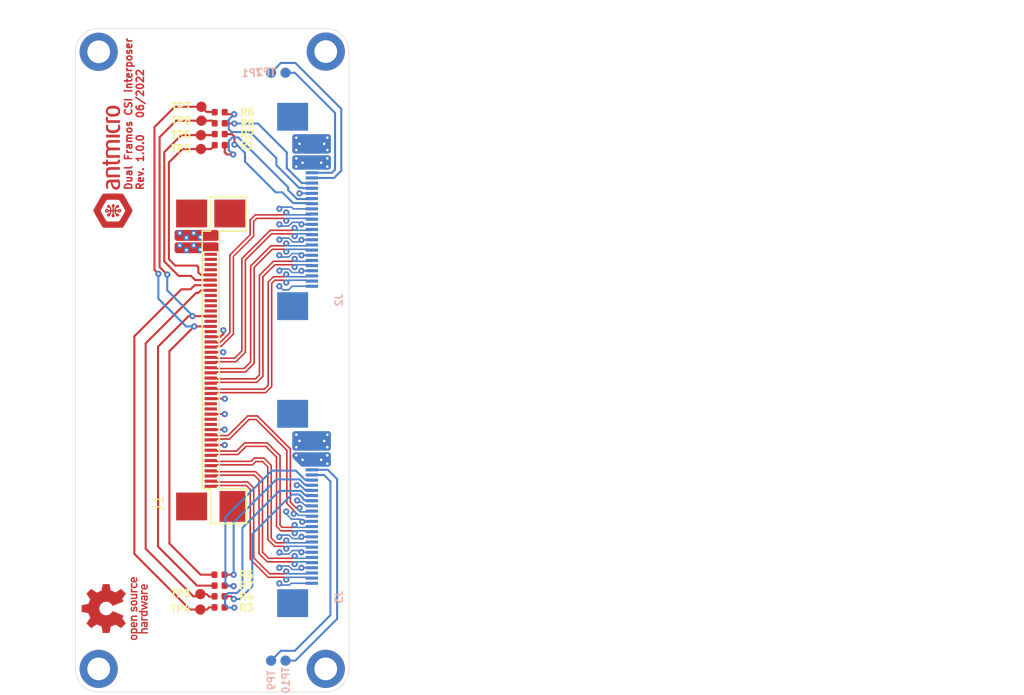
<source format=kicad_pcb>
(kicad_pcb (version 20211014) (generator pcbnew)
  (layers (0 "F.Cu" signal) (1 "In1.Cu" power) (2 "In2.Cu" power) (31 "B.Cu" signal) (34 "B.Paste" user) (35 "F.Paste" user) (36 "B.SilkS" user "B.Silkscreen") (37 "F.SilkS" user "F.Silkscreen") (38 "B.Mask" user) (39 "F.Mask" user) (44 "Edge.Cuts" user))
  (net 0 "")
  (net 1 "GND")
  (net 2 "5V0_SYS")
  (net 3 "3V3_FFC")
  (net 4 "/CAM_R_SCL")
  (net 5 "/CAM_R_SDA")
  (net 6 "/CAM_L_SCL")
  (net 7 "/CAM_L_SDA")
  (net 8 "CAM1_SCL")
  (net 9 "CAM1_SDA")
  (net 24 "CAM2_CSI_D3_N")
  (net 25 "CAM2_CSI_D3_P")
  (net 26 "CAM2_CSI_D2_N")
  (net 27 "CAM2_CSI_D2_P")
  (net 28 "CAM2_CSI_D1_N")
  (net 29 "CAM2_CSI_D1_P")
  (net 30 "CAM2_CSI_D0_N")
  (net 31 "CAM2_CSI_D0_P")
  (net 32 "CAM2_CSI_CLK_N")
  (net 33 "CAM2_CSI_CLK_P")
  (net 34 "CAM1_CSI_D3_N")
  (net 35 "CAM1_CSI_D3_P")
  (net 36 "CAM1_CSI_D2_N")
  (net 37 "CAM1_CSI_D2_P")
  (net 38 "CAM1_CSI_D1_N")
  (net 39 "CAM1_CSI_D1_P")
  (net 40 "CAM1_CSI_D0_N")
  (net 41 "CAM1_CSI_D0_P")
  (net 42 "CAM1_CSI_CLK_N")
  (net 43 "CAM1_CSI_CLK_P")
  (net 44 "CAM1_CSI_CAM_EN")
  (net 45 "CAM1_CSI_CAM_XVS")
  (net 46 "CAM1_CSI_CAM_CLK")
  (net 47 "CAM1_CSI_CAM_XTRIG")
  (net 48 "CAM2_SDA")
  (net 49 "CAM2_SCL")
  (net 50 "CAM2_CSI_CAM_EN")
  (net 51 "CAM2_CSI_CAM_XVS")
  (net 52 "CAM2_CSI_CAM_CLK")
  (net 53 "CAM2_CSI_CAM_XTRIG")
  (net 54 "/CAM_CSI_CAM_EN")
  (net 55 "/CAM_CSI_CAM_XVS")
  (footprint "antmicro-footprints:WE_68715014522" (layer "F.Cu") (at 112.5 132.15 90)
    (fp_text reference "J1")
    (fp_text value "WE_68715014522")
  )
  (footprint "antmicro-footprints:oshw-logo" (layer "F.Cu") (at 103.8 156.25 90)
    (fp_text reference "N1" hide)
    (fp_text value "oshw_logo" hide)
  )
  (footprint "antmicro-footprints:antmicro-logo_scaled_12mm" (layer "F.Cu") (at 103.65 113.45 90)
    (fp_text reference "N2" hide)
    (fp_text value "antmicro_logo" hide)
  )
  (footprint "antmicro-footprints:mounting-hole-2.2mm" (layer "F.Cu") (at 124.25 162.1)
    (fp_text reference "MP4" hide)
    (fp_text value "PCB_Mount_Hole_2.2_4.5")
  )
  (footprint "antmicro-footprints:mounting-hole-2.2mm" (layer "F.Cu") (at 102.25 162.1)
    (fp_text reference "MP2" hide)
    (fp_text value "PCB_Mount_Hole_2.2_4.5")
  )
  (footprint "antmicro-footprints:mounting-hole-2.2mm" (layer "F.Cu") (at 102.25 102.27)
    (fp_text reference "MP1" hide)
    (fp_text value "PCB_Mount_Hole_2.2_4.5")
  )
  (footprint "antmicro-footprints:0402-res" (layer "F.Cu") (at 113.975 111.325 180)
    (fp_text reference "R1")
    (fp_text value "R_0R_0402")
  )
  (footprint "antmicro-footprints:0402-res" (layer "F.Cu") (at 113.975 110.25 180)
    (fp_text reference "R2")
    (fp_text value "R_0R_0402")
  )
  (footprint "antmicro-footprints:Testpoint_smd_1mm" (layer "F.Cu") (at 112.2 108.9 180)
    (fp_text reference "TP8")
    (fp_text value "TP_SMD1MM" hide)
  )
  (footprint "antmicro-footprints:Testpoint_smd_1mm" (layer "F.Cu") (at 112.2 107.5492 180)
    (fp_text reference "TP7")
    (fp_text value "TP_SMD1MM" hide)
  )
  (footprint "antmicro-footprints:Testpoint_smd_1mm" (layer "F.Cu") (at 112.15 111.75)
    (fp_text reference "TP5")
    (fp_text value "TP_SMD1MM" hide)
  )
  (footprint "antmicro-footprints:Testpoint_smd_1mm" (layer "F.Cu") (at 112.1 156.4)
    (fp_text reference "TP4")
    (fp_text value "TP_SMD1MM" hide)
  )
  (footprint "antmicro-footprints:Testpoint_smd_1mm" (layer "F.Cu") (at 112.1 154.9)
    (fp_text reference "TP3")
    (fp_text value "TP_SMD1MM" hide)
  )
  (footprint "antmicro-footprints:Testpoint_smd_1mm" (layer "F.Cu") (at 112.15 110.4008)
    (fp_text reference "TP6")
    (fp_text value "TP_SMD1MM" hide)
  )
  (footprint "antmicro-footprints:mounting-hole-2.2mm" (layer "F.Cu") (at 124.25 102.25)
    (fp_text reference "MP3" hide)
    (fp_text value "PCB_Mount_Hole_2.2_4.5")
  )
  (footprint "antmicro-footprints:0402-res" (layer "F.Cu") (at 113.96 154.03 180)
    (fp_text reference "R7")
    (fp_text value "R_0R_0402")
  )
  (footprint "antmicro-footprints:0402-res" (layer "F.Cu") (at 113.975 109.2 180)
    (fp_text reference "R8")
    (fp_text value "R_0R_0402")
  )
  (footprint "antmicro-footprints:0402-res" (layer "F.Cu") (at 113.975 108.125 180)
    (fp_text reference "R6")
    (fp_text value "R_0R_0402")
  )
  (footprint "antmicro-footprints:0402-res" (layer "F.Cu") (at 113.95 152.97 180)
    (fp_text reference "R5")
    (fp_text value "R_0R_0402")
  )
  (footprint "antmicro-footprints:0402-res" (layer "F.Cu") (at 113.96 155.07 180)
    (fp_text reference "R4")
    (fp_text value "R_0R_0402")
  )
  (footprint "antmicro-footprints:0402-res" (layer "F.Cu") (at 113.96 156.14 180)
    (fp_text reference "R3")
    (fp_text value "R_0R_0402")
  )
  (footprint "antmicro-footprints:MSAK24025P30" (layer "B.Cu") (at 123.5 117.75 90)
    (fp_text reference "J2")
    (fp_text value "MSAK24025P30" hide)
  )
  (footprint "antmicro-footprints:Testpoint_smd_1mm" (layer "B.Cu") (at 118.95 104.25)
    (fp_text reference "TP1")
    (fp_text value "TP_SMD1MM" hide)
  )
  (footprint "antmicro-footprints:Testpoint_smd_1mm" (layer "B.Cu") (at 120.35 104.25)
    (fp_text reference "TP2")
    (fp_text value "TP_SMD1MM" hide)
  )
  (footprint "antmicro-footprints:Testpoint_smd_1mm" (layer "B.Cu") (at 118.9 161.3 90)
    (fp_text reference "TP9")
    (fp_text value "TP_SMD1MM" hide)
  )
  (footprint "antmicro-footprints:MSAK24025P30" (layer "B.Cu") (at 123.5 146.55 90)
    (fp_text reference "J3")
    (fp_text value "MSAK24025P30" hide)
  )
  (footprint "antmicro-footprints:Testpoint_smd_1mm" (layer "B.Cu") (at 120.3 161.3 90)
    (fp_text reference "TP10")
    (fp_text value "TP_SMD1MM" hide)
  )
  (gr_line (start 100 162.1) (end 100 102.25) (layer "Edge.Cuts") (width 0.05))
  (gr_arc (start 102.25 164.35) (mid 100.65901 163.69099) (end 100 162.1) (layer "Edge.Cuts") (width 0.05))
  (gr_arc (start 124.25 100) (mid 125.84099 100.65901) (end 126.5 102.25) (layer "Edge.Cuts") (width 0.05))
  (gr_arc (start 100 102.25) (mid 100.65901 100.65901) (end 102.25 100) (layer "Edge.Cuts") (width 0.05))
  (gr_arc (start 126.5 162.1) (mid 125.84099 163.69099) (end 124.25 164.35) (layer "Edge.Cuts") (width 0.05))
  (gr_line (start 124.25 164.35) (end 102.25 164.35) (layer "Edge.Cuts") (width 0.05))
  (gr_line (start 102.25 100) (end 124.25 100) (layer "Edge.Cuts") (width 0.05))
  (gr_line (start 126.5 102.25) (end 126.5 162.1) (layer "Edge.Cuts") (width 0.05))
  (gr_text "Dual Framos CSI interposer\nRev. 1.0.0   06/2022" (at 105.7 115.75 90) (layer "F.Cu") (effects (font (size 0.7 0.7)) (justify left)))
  (segment (start 114.04 129.9) (end 113.1 129.9) (width 0.2) (layer "F.Cu") (net 1))
  (segment (start 114.33 129.27) (end 114.33 129.61) (width 0.2) (layer "F.Cu") (net 1))
  (segment (start 113.1 137.4) (end 114.46 137.4) (width 0.2) (layer "F.Cu") (net 1))
  (segment (start 114.45 138.9) (end 113.1 138.9) (width 0.2) (layer "F.Cu") (net 1))
  (segment (start 113.1 135.9) (end 114.46 135.9) (width 0.2) (layer "F.Cu") (net 1))
  (segment (start 113.1 131.4) (end 114.31 131.4) (width 0.2) (layer "F.Cu") (net 1))
  (segment (start 114.46 135.9) (end 114.47 135.91) (width 0.2) (layer "F.Cu") (net 1))
  (segment (start 113.1 140.4) (end 114.46 140.4) (width 0.2) (layer "F.Cu") (net 1))
  (segment (start 114.33 129.61) (end 114.04 129.9) (width 0.2) (layer "F.Cu") (net 1))
  (via (at 119.750002 149.3) (size 0.6) (drill 0.25) (layers "F.Cu" "B.Cu") (net 1))
  (via (at 121.900001 152.3) (size 0.6) (drill 0.25) (layers "F.Cu" "B.Cu") (net 1))
  (via (at 121.895001 150.789977) (size 0.6) (drill 0.25) (layers "F.Cu" "B.Cu") (net 1))
  (via (at 119.755001 153.810023) (size 0.6) (drill 0.25) (layers "F.Cu" "B.Cu") (net 1))
  (via (at 119.755002 150.810023) (size 0.6) (drill 0.25) (layers "F.Cu" "B.Cu") (net 1))
  (via (at 119.750001 152.3) (size 0.6) (drill 0.25) (layers "F.Cu" "B.Cu") (net 1))
  (via (at 114.47 135.91) (size 0.6) (drill 0.25) (layers "F.Cu" "B.Cu") (net 1))
  (via (at 120.418128 146.842963) (size 0.6) (drill 0.25) (layers "F.Cu" "B.Cu") (net 1))
  (via (at 119.750002 125) (size 0.6) (drill 0.25) (layers "F.Cu" "B.Cu") (net 1))
  (via (at 121.895002 123.510024) (size 0.6) (drill 0.25) (layers "F.Cu" "B.Cu") (net 1))
  (via (at 114.46 140.4) (size 0.6) (drill 0.25) (layers "F.Cu" "B.Cu") (net 1))
  (via (at 119.750001 119) (size 0.6) (drill 0.25) (layers "F.Cu" "B.Cu") (net 1))
  (via (at 119.750002 122) (size 0.6) (drill 0.25) (layers "F.Cu" "B.Cu") (net 1))
  (via (at 121.48234 145.77168) (size 0.6) (drill 0.25) (layers "F.Cu" "B.Cu") (net 1))
  (via (at 121.45 144.293566) (size 0.6) (drill 0.25) (layers "F.Cu" "B.Cu") (net 1))
  (via (at 121.900001 119) (size 0.6) (drill 0.25) (layers "F.Cu" "B.Cu") (net 1))
  (via (at 121.900002 122.000001) (size 0.6) (drill 0.25) (layers "F.Cu" "B.Cu") (net 1))
  (via (at 121.895001 120.510023) (size 0.6) (drill 0.25) (layers "F.Cu" "B.Cu") (net 1))
  (via (at 119.755002 120.489977) (size 0.6) (drill 0.25) (layers "F.Cu" "B.Cu") (net 1))
  (via (at 119.755001 117.489977) (size 0.6) (drill 0.25) (layers "F.Cu" "B.Cu") (net 1))
  (via (at 119.755002 123.489977) (size 0.6) (drill 0.25) (layers "F.Cu" "B.Cu") (net 1))
  (via (at 114.45 138.9) (size 0.6) (drill 0.25) (layers "F.Cu" "B.Cu") (net 1))
  (via (at 114.46 137.4) (size 0.6) (drill 0.25) (layers "F.Cu" "B.Cu") (net 1))
  (via (at 121.7 116) (size 0.6) (drill 0.25) (layers "F.Cu" "B.Cu") (net 1))
  (via (at 121.900002 149.3) (size 0.6) (drill 0.25) (layers "F.Cu" "B.Cu") (net 1))
  (via (at 114.33 129.27) (size 0.6) (drill 0.25) (layers "F.Cu" "B.Cu") (net 1))
  (via (at 121.976628 147.837778) (size 0.6) (drill 0.25) (layers "F.Cu" "B.Cu") (net 1))
  (via (at 114.31 131.4) (size 0.6) (drill 0.25) (layers "F.Cu" "B.Cu") (net 1))
  (segment (start 120.677538 120.33) (end 121.047538 120.7) (width 0.15) (layer "B.Cu") (net 1))
  (segment (start 119.750001 152.3) (end 119.920001 152.13) (width 0.15) (layer "B.Cu") (net 1))
  (segment (start 121.926077 145.946386) (end 121.68566 145.946386) (width 0.15) (layer "B.Cu") (net 1))
  (segment (start 119.755002 150.810023) (end 119.914979 150.97) (width 0.15) (layer "B.Cu") (net 1))
  (segment (start 121.735024 150.63) (end 121.895001 150.789977) (width 0.15) (layer "B.Cu") (net 1))
  (segment (start 119.750002 149.3) (end 119.920002 149.13) (width 0.15) (layer "B.Cu") (net 1))
  (segment (start 120.66 122.17) (end 121 121.83) (width 0.15) (layer "B.Cu") (net 1))
  (segment (start 121.45 144.293566) (end 121.771992 144.293566) (width 0.2) (layer "B.Cu") (net 1))
  (segment (start 121.976628 147.837778) (end 121.722464 147.583614) (width 0.15) (layer "B.Cu") (net 1))
  (segment (start 120.67 152.13) (end 121.01 152.47) (width 0.15) (layer "B.Cu") (net 1))
  (segment (start 119.920002 122.17) (end 120.66 122.17) (width 0.15) (layer "B.Cu") (net 1))
  (segment (start 120.642464 119.169999) (end 121.002463 118.81) (width 0.15) (layer "B.Cu") (net 1))
  (segment (start 122.9 123.5) (end 121.905026 123.5) (width 0.15) (layer "B.Cu") (net 1))
  (segment (start 121.1 117.5) (end 122.9 117.5) (width 0.15) (layer "B.Cu") (net 1))
  (segment (start 119.920002 149.13) (end 120.677539 149.13) (width 0.15) (layer "B.Cu") (net 1))
  (segment (start 121.722464 147.583614) (end 120.932537 147.583614) (width 0.15) (layer "B.Cu") (net 1))
  (segment (start 120.418128 147.069205) (end 120.418128 146.842963) (width 0.15) (layer "B.Cu") (net 1))
  (segment (start 122.889977 120.510023) (end 122.9 120.5) (width 0.15) (layer "B.Cu") (net 1))
  (segment (start 121.895001 120.510023) (end 122.889977 120.510023) (width 0.15) (layer "B.Cu") (net 1))
  (segment (start 121.900001 152.3) (end 122.9 152.3) (width 0.15) (layer "B.Cu") (net 1))
  (segment (start 120.642465 123.33) (end 119.914979 123.33) (width 0.15) (layer "B.Cu") (net 1))
  (segment (start 119.920001 152.13) (end 120.67 152.13) (width 0.15) (layer "B.Cu") (net 1))
  (segment (start 120.982465 123.67) (end 120.642465 123.33) (width 0.15) (layer "B.Cu") (net 1))
  (segment (start 121.730001 152.47) (end 121.900001 152.3) (width 0.15) (layer "B.Cu") (net 1))
  (segment (start 122.209691 146.23) (end 121.926077 145.946386) (width 0.15) (layer "B.Cu") (net 1))
  (segment (start 120.645 125.355) (end 121 125) (width 0.15) (layer "B.Cu") (net 1))
  (segment (start 121.01 152.47) (end 121.730001 152.47) (width 0.15) (layer "B.Cu") (net 1))
  (segment (start 119.914978 117.33) (end 120.93 117.33) (width 0.15) (layer "B.Cu") (net 1))
  (segment (start 122.9 150.8) (end 121.905024 150.8) (width 0.15) (layer "B.Cu") (net 1))
  (segment (start 122.85 144.75) (end 122.9 144.8) (width 0.2) (layer "B.Cu") (net 1))
  (segment (start 122.014406 147.8) (end 122.9 147.8) (width 0.15) (layer "B.Cu") (net 1))
  (segment (start 122.83 146.23) (end 122.209691 146.23) (width 0.15) (layer "B.Cu") (net 1))
  (segment (start 119.750001 119) (end 119.92 119.169999) (width 0.15) (layer "B.Cu") (net 1))
  (segment (start 121 121.83) (end 121.730001 121.83) (width 0.15) (layer "B.Cu") (net 1))
  (segment (start 120.105002 125.355) (end 120.645 125.355) (width 0.15) (layer "B.Cu") (net 1))
  (segment (start 119.914979 150.97) (end 120.677538 150.97) (width 0.15) (layer "B.Cu") (net 1))
  (segment (start 121.002463 118.81) (end 121.710001 118.81) (width 0.15) (layer "B.Cu") (net 1))
  (segment (start 122.9 116) (end 121.7 116) (width 0.2) (layer "B.Cu") (net 1))
  (segment (start 119.92 119.169999) (end 120.642464 119.169999) (width 0.15) (layer "B.Cu") (net 1))
  (segment (start 120.932537 147.583614) (end 120.418128 147.069205) (width 0.15) (layer "B.Cu") (net 1))
  (segment (start 122.228426 144.75) (end 122.85 144.75) (width 0.2) (layer "B.Cu") (net 1))
  (segment (start 121.017538 150.63) (end 121.735024 150.63) (width 0.15) (layer "B.Cu") (net 1))
  (segment (start 122.9 146.3) (end 122.83 146.23) (width 0.15) (layer "B.Cu") (net 1))
  (segment (start 121.976628 147.837778) (end 122.014406 147.8) (width 0.15) (layer "B.Cu") (net 1))
  (segment (start 121.017539 149.47) (end 121.730002 149.47) (width 0.15) (layer "B.Cu") (net 1))
  (segment (start 121.905026 123.5) (end 121.895002 123.510024) (width 0.15) (layer "B.Cu") (net 1))
  (segment (start 121.900002 122.000001) (end 122.9 122) (width 0.15) (layer "B.Cu") (net 1))
  (segment (start 119.755001 117.489977) (end 119.914978 117.33) (width 0.15) (layer "B.Cu") (net 1))
  (segment (start 119.755002 120.489977) (end 119.914979 120.33) (width 0.15) (layer "B.Cu") (net 1))
  (segment (start 120.72 153.97) (end 120.89 153.8) (width 0.15) (layer "B.Cu") (net 1))
  (segment (start 121.705024 120.7) (end 121.895001 120.510023) (width 0.15) (layer "B.Cu") (net 1))
  (segment (start 119.750002 125) (end 120.105002 125.355) (width 0.15) (layer "B.Cu") (net 1))
  (segment (start 121.895002 123.510024) (end 121.735026 123.67) (width 0.15) (layer "B.Cu") (net 1))
  (segment (start 120.89 153.8) (end 122.9 153.8) (width 0.15) (layer "B.Cu") (net 1))
  (segment (start 121.900001 119) (end 122.9 119) (width 0.15) (layer "B.Cu") (net 1))
  (segment (start 121.900002 149.3) (end 122.9 149.3) (width 0.15) (layer "B.Cu") (net 1))
  (segment (start 121.905024 150.8) (end 121.895001 150.789977) (width 0.15) (layer "B.Cu") (net 1))
  (segment (start 120.93 117.33) (end 121.1 117.5) (width 0.15) (layer "B.Cu") (net 1))
  (segment (start 121.047538 120.7) (end 121.705024 120.7) (width 0.15) (layer "B.Cu") (net 1))
  (segment (start 120.677538 150.97) (end 121.017538 150.63) (width 0.15) (layer "B.Cu") (net 1))
  (segment (start 121.730002 149.47) (end 121.900002 149.3) (width 0.15) (layer "B.Cu") (net 1))
  (segment (start 119.914979 123.33) (end 119.755002 123.489977) (width 0.15) (layer "B.Cu") (net 1))
  (segment (start 119.750002 122) (end 119.920002 122.17) (width 0.15) (layer "B.Cu") (net 1))
  (segment (start 119.914978 153.97) (end 120.72 153.97) (width 0.15) (layer "B.Cu") (net 1))
  (segment (start 119.914979 120.33) (end 120.677538 120.33) (width 0.15) (layer "B.Cu") (net 1))
  (segment (start 121 125) (end 122.9 125) (width 0.15) (layer "B.Cu") (net 1))
  (segment (start 121.771992 144.293566) (end 122.228426 144.75) (width 0.2) (layer "B.Cu") (net 1))
  (segment (start 121.730001 121.83) (end 121.900002 122.000001) (width 0.15) (layer "B.Cu") (net 1))
  (segment (start 121.710001 118.81) (end 121.900001 119) (width 0.15) (layer "B.Cu") (net 1))
  (segment (start 121.68566 145.946386) (end 121.48234 145.743066) (width 0.15) (layer "B.Cu") (net 1))
  (segment (start 121.735026 123.67) (end 120.982465 123.67) (width 0.15) (layer "B.Cu") (net 1))
  (segment (start 119.755001 153.810023) (end 119.914978 153.97) (width 0.15) (layer "B.Cu") (net 1))
  (segment (start 120.677539 149.13) (end 121.017539 149.47) (width 0.15) (layer "B.Cu") (net 1))
  (via (at 121.4 110.6) (size 0.6) (drill 0.25) (layers "F.Cu" "B.Cu") (net 2))
  (via (at 121.4 111.8) (size 0.6) (drill 0.25) (layers "F.Cu" "B.Cu") (net 2))
  (via (at 124.4 111.8) (size 0.6) (drill 0.25) (layers "F.Cu" "B.Cu") (net 2))
  (via (at 124.4 110.6) (size 0.6) (drill 0.25) (layers "F.Cu" "B.Cu") (net 2))
  (via (at 121.71 111.19) (size 0.6) (drill 0.25) (layers "F.Cu" "B.Cu") (net 2))
  (via (at 121.4 140.6) (size 0.6) (drill 0.25) (layers "F.Cu" "B.Cu") (net 2))
  (via (at 112.1 120.25) (size 0.6) (drill 0.25) (layers "F.Cu" "B.Cu") (net 2))
  (via (at 110.1 119.85) (size 0.6) (drill 0.25) (layers "F.Cu" "B.Cu") (net 2))
  (via (at 111.45 119.85) (size 0.6) (drill 0.25) (layers "F.Cu" "B.Cu") (net 2))
  (via (at 124.4 140.6) (size 0.6) (drill 0.25) (layers "F.Cu" "B.Cu") (net 2))
  (via (at 124.1 111.2) (size 0.6) (drill 0.25) (layers "F.Cu" "B.Cu") (net 2))
  (via (at 124.4 139.4) (size 0.6) (drill 0.25) (layers "F.Cu" "B.Cu") (net 2))
  (via (at 124.1 140) (size 0.6) (drill 0.25) (layers "F.Cu" "B.Cu") (net 2))
  (via (at 121.4 139.4) (size 0.6) (drill 0.25) (layers "F.Cu" "B.Cu") (net 2))
  (via (at 121.7 140) (size 0.6) (drill 0.25) (layers "F.Cu" "B.Cu") (net 2))
  (via (at 110.75 120.3) (size 0.6) (drill 0.25) (layers "F.Cu" "B.Cu") (net 2))
  (via (at 124.4 112.6) (size 0.6) (drill 0.25) (layers "F.Cu" "B.Cu") (net 3))
  (via (at 121.4 113.4) (size 0.6) (drill 0.25) (layers "F.Cu" "B.Cu") (net 3))
  (via (at 121.4 112.6) (size 0.6) (drill 0.25) (layers "F.Cu" "B.Cu") (net 3))
  (via (at 124.4 113.4) (size 0.6) (drill 0.25) (layers "F.Cu" "B.Cu") (net 3))
  (via (at 123.8 113.028) (size 0.6) (drill 0.25) (layers "F.Cu" "B.Cu") (net 3))
  (via (at 122 113.028) (size 0.6) (drill 0.25) (layers "F.Cu" "B.Cu") (net 3))
  (via (at 122 141.828) (size 0.6) (drill 0.25) (layers "F.Cu" "B.Cu") (net 3))
  (via (at 121.4 141.4) (size 0.6) (drill 0.25) (layers "F.Cu" "B.Cu") (net 3))
  (via (at 111.45 121.05) (size 0.6) (drill 0.25) (layers "F.Cu" "B.Cu") (net 3))
  (via (at 124.4 141.4) (size 0.6) (drill 0.25) (layers "F.Cu" "B.Cu") (net 3))
  (via (at 110.1 121.05) (size 0.6) (drill 0.25) (layers "F.Cu" "B.Cu") (net 3))
  (via (at 112.1 121.45) (size 0.6) (drill 0.25) (layers "F.Cu" "B.Cu") (net 3))
  (via (at 123.8 141.828) (size 0.6) (drill 0.25) (layers "F.Cu" "B.Cu") (net 3))
  (via (at 110.75 121.5) (size 0.6) (drill 0.25) (layers "F.Cu" "B.Cu") (net 3))
  (via (at 124.4 142.2) (size 0.6) (drill 0.25) (layers "F.Cu" "B.Cu") (net 3))
  (segment (start 111.9 123.15) (end 111.75 123) (width 0.2) (layer "F.Cu") (net 4))
  (segment (start 112.15 123.9) (end 111.9 123.65) (width 0.2) (layer "F.Cu") (net 4))
  (segment (start 109.05 122.375) (end 109.05 113) (width 0.2) (layer "F.Cu") (net 4))
  (segment (start 110.3508 111.6992) (end 112.15 111.6992) (width 0.2) (layer "F.Cu") (net 4))
  (segment (start 109.05 113) (end 110.3508 111.6992) (width 0.2) (layer "F.Cu") (net 4))
  (segment (start 113.1 123.9) (end 112.15 123.9) (width 0.2) (layer "F.Cu") (net 4))
  (segment (start 112.15 111.6992) (end 113.1158 111.6992) (width 0.2) (layer "F.Cu") (net 4))
  (segment (start 113.1158 111.6992) (end 113.49 111.325) (width 0.2) (layer "F.Cu") (net 4))
  (segment (start 111.9 123.65) (end 111.9 123.15) (width 0.2) (layer "F.Cu") (net 4))
  (segment (start 111.75 123) (end 109.675 123) (width 0.2) (layer "F.Cu") (net 4))
  (segment (start 109.675 123) (end 109.05 122.375) (width 0.2) (layer "F.Cu") (net 4))
  (segment (start 113.39 110.35) (end 113.49 110.25) (width 0.2) (layer "F.Cu") (net 5))
  (segment (start 113.1 124.4) (end 111.6 124.4) (width 0.2) (layer "F.Cu") (net 5))
  (segment (start 111.6 124.4) (end 111.2 124) (width 0.2) (layer "F.Cu") (net 5))
  (segment (start 112.15 110.35) (end 113.39 110.35) (width 0.2) (layer "F.Cu") (net 5))
  (segment (start 108.6 112) (end 110.25 110.35) (width 0.2) (layer "F.Cu") (net 5))
  (segment (start 110 124) (end 108.6 122.6) (width 0.2) (layer "F.Cu") (net 5))
  (segment (start 108.6 122.6) (end 108.6 112) (width 0.2) (layer "F.Cu") (net 5))
  (segment (start 110.25 110.35) (end 112.15 110.35) (width 0.2) (layer "F.Cu") (net 5))
  (segment (start 111.2 124) (end 110 124) (width 0.2) (layer "F.Cu") (net 5))
  (segment (start 105.7 129.86) (end 105.7 150.95) (width 0.2) (layer "F.Cu") (net 6))
  (segment (start 105.7 150.95) (end 111.0992 156.3492) (width 0.2) (layer "F.Cu") (net 6))
  (segment (start 110.26 125.3) (end 105.7 129.86) (width 0.2) (layer "F.Cu") (net 6))
  (segment (start 112.7308 156.3492) (end 112.94 156.14) (width 0.2) (layer "F.Cu") (net 6))
  (segment (start 111.0992 156.3492) (end 112.1 156.3492) (width 0.2) (layer "F.Cu") (net 6))
  (segment (start 111.55 124.9) (end 113.1 124.9) (width 0.2) (layer "F.Cu") (net 6))
  (segment (start 111.15 125.3) (end 111.55 124.9) (width 0.2) (layer "F.Cu") (net 6))
  (segment (start 111.15 125.3) (end 110.26 125.3) (width 0.2) (layer "F.Cu") (net 6))
  (segment (start 112.94 156.14) (end 113.475 156.14) (width 0.2) (layer "F.Cu") (net 6))
  (segment (start 112.1 156.3492) (end 112.7308 156.3492) (width 0.2) (layer "F.Cu") (net 6))
  (segment (start 111.688 125.65) (end 111.9 125.65) (width 0.2) (layer "F.Cu") (net 7))
  (segment (start 112.06 155.07) (end 111.42 155.07) (width 0.2) (layer "F.Cu") (net 7))
  (segment (start 113.1 125.4) (end 112.15 125.4) (width 0.2) (layer "F.Cu") (net 7))
  (segment (start 112.15 125.4) (end 111.9 125.65) (width 0.2) (layer "F.Cu") (net 7))
  (segment (start 106.8 130.538) (end 111.688 125.65) (width 0.2) (layer "F.Cu") (net 7))
  (segment (start 113.445 155.1) (end 113.475 155.07) (width 0.2) (layer "F.Cu") (net 7))
  (segment (start 112.6992 154.8492) (end 112.95 155.1) (width 0.2) (layer "F.Cu") (net 7))
  (segment (start 111.42 155.07) (end 106.8 150.45) (width 0.2) (layer "F.Cu") (net 7))
  (segment (start 112.95 155.1) (end 113.445 155.1) (width 0.2) (layer "F.Cu") (net 7))
  (segment (start 106.8 150.45) (end 106.8 130.538) (width 0.2) (layer "F.Cu") (net 7))
  (segment (start 112.1 154.8492) (end 112.6992 154.8492) (width 0.2) (layer "F.Cu") (net 7))
  (segment (start 114.46 112.01) (end 114.46 111.325) (width 0.2) (layer "F.Cu") (net 8))
  (segment (start 114.675 112.225) (end 114.46 112.01) (width 0.2) (layer "F.Cu") (net 8))
  (segment (start 115.275 112.225) (end 114.675 112.225) (width 0.2) (layer "F.Cu") (net 8))
  (via (at 115.275 112.225) (size 0.6) (drill 0.25) (layers "F.Cu" "B.Cu") (net 8))
  (segment (start 121.472182 116.55) (end 122.85 116.55) (width 0.2) (layer "B.Cu") (net 8))
  (segment (start 120.6 115.677818) (end 121.472182 116.55) (width 0.2) (layer "B.Cu") (net 8))
  (segment (start 115.775 110.575) (end 120.6 115.4) (width 0.2) (layer "B.Cu") (net 8))
  (segment (start 120.6 115.4) (end 120.6 115.677818) (width 0.2) (layer "B.Cu") (net 8))
  (segment (start 122.85 116.55) (end 122.9 116.5) (width 0.2) (layer "B.Cu") (net 8))
  (segment (start 114.85 110.925) (end 115.2 110.575) (width 0.2) (layer "B.Cu") (net 8))
  (segment (start 115.275 112.225) (end 114.85 111.8) (width 0.2) (layer "B.Cu") (net 8))
  (segment (start 115.2 110.575) (end 115.775 110.575) (width 0.2) (layer "B.Cu") (net 8))
  (segment (start 114.85 111.8) (end 114.85 110.925) (width 0.2) (layer "B.Cu") (net 8))
  (segment (start 115.15 110.25) (end 114.46 110.25) (width 0.2) (layer "F.Cu") (net 9))
  (segment (start 115.4 111.275) (end 115.4 110.5) (width 0.2) (layer "F.Cu") (net 9))
  (segment (start 115.4 110.5) (end 115.15 110.25) (width 0.2) (layer "F.Cu") (net 9))
  (via (at 115.4 111.275) (size 0.6) (drill 0.25) (layers "F.Cu" "B.Cu") (net 9))
  (segment (start 115.625 111.275) (end 115.4 111.275) (width 0.2) (layer "B.Cu") (net 9))
  (segment (start 116.425 112.075) (end 115.625 111.275) (width 0.2) (layer "B.Cu") (net 9))
  (segment (start 121.089977 116.939977) (end 120.05 115.9) (width 0.2) (layer "B.Cu") (net 9))
  (segment (start 122.839977 116.939977) (end 121.089977 116.939977) (width 0.2) (layer "B.Cu") (net 9))
  (segment (start 116.425 112.925) (end 116.425 112.075) (width 0.2) (layer "B.Cu") (net 9))
  (segment (start 120.05 115.9) (end 119.4 115.9) (width 0.2) (layer "B.Cu") (net 9))
  (segment (start 122.9 117) (end 122.839977 116.939977) (width 0.2) (layer "B.Cu") (net 9))
  (segment (start 119.4 115.9) (end 116.425 112.925) (width 0.2) (layer "B.Cu") (net 9))
  (segment (start 116.549168 144.32) (end 116.93 144.700832) (width 0.15) (layer "F.Cu") (net 24))
  (segment (start 116.93 144.700832) (end 116.93 151.480418) (width 0.15) (layer "F.Cu") (net 24))
  (segment (start 118.669582 153.22) (end 120.200001 153.22) (width 0.15) (layer "F.Cu") (net 24))
  (segment (start 120.200001 153.22) (end 120.425001 153.445) (width 0.15) (layer "F.Cu") (net 24))
  (segment (start 113.18 144.32) (end 116.549168 144.32) (width 0.15) (layer "F.Cu") (net 24))
  (segment (start 116.93 151.480418) (end 118.669582 153.22) (width 0.15) (layer "F.Cu") (net 24))
  (segment (start 113.1 144.4) (end 113.18 144.32) (width 0.15) (layer "F.Cu") (net 24))
  (via (at 120.425001 153.445) (size 0.6) (drill 0.25) (layers "F.Cu" "B.Cu") (net 24))
  (segment (start 122.45 153.3) (end 122.37 153.22) (width 0.15) (layer "B.Cu") (net 24))
  (segment (start 120.650001 153.22) (end 120.425001 153.445) (width 0.15) (layer "B.Cu") (net 24))
  (segment (start 122.37 153.22) (end 120.650001 153.22) (width 0.15) (layer "B.Cu") (net 24))
  (segment (start 122.9 153.3) (end 122.45 153.3) (width 0.15) (layer "B.Cu") (net 24))
  (segment (start 120.200001 152.88) (end 120.425001 152.655) (width 0.15) (layer "F.Cu") (net 25))
  (segment (start 117.27 151.339582) (end 118.810418 152.88) (width 0.15) (layer "F.Cu") (net 25))
  (segment (start 117.27 144.56) (end 117.27 151.339582) (width 0.15) (layer "F.Cu") (net 25))
  (segment (start 113.1 143.9) (end 113.18 143.98) (width 0.15) (layer "F.Cu") (net 25))
  (segment (start 118.810418 152.88) (end 120.200001 152.88) (width 0.15) (layer "F.Cu") (net 25))
  (segment (start 116.69 143.98) (end 117.27 144.56) (width 0.15) (layer "F.Cu") (net 25))
  (segment (start 113.18 143.98) (end 116.69 143.98) (width 0.15) (layer "F.Cu") (net 25))
  (via (at 120.425001 152.655) (size 0.6) (drill 0.25) (layers "F.Cu" "B.Cu") (net 25))
  (segment (start 122.9 152.8) (end 122.45 152.8) (width 0.15) (layer "B.Cu") (net 25))
  (segment (start 120.650001 152.88) (end 120.425001 152.655) (width 0.15) (layer "B.Cu") (net 25))
  (segment (start 122.37 152.88) (end 120.650001 152.88) (width 0.15) (layer "B.Cu") (net 25))
  (segment (start 122.45 152.8) (end 122.37 152.88) (width 0.15) (layer "B.Cu") (net 25))
  (segment (start 117.7795 150.919918) (end 118.579582 151.72) (width 0.15) (layer "F.Cu") (net 26))
  (segment (start 117.7795 143.780332) (end 117.7795 150.919918) (width 0.15) (layer "F.Cu") (net 26))
  (segment (start 113.18 143.32) (end 117.319168 143.32) (width 0.15) (layer "F.Cu") (net 26))
  (segment (start 117.319168 143.32) (end 117.7795 143.780332) (width 0.15) (layer "F.Cu") (net 26))
  (segment (start 121.010001 151.72) (end 121.235001 151.945) (width 0.15) (layer "F.Cu") (net 26))
  (segment (start 113.1 143.4) (end 113.18 143.32) (width 0.15) (layer "F.Cu") (net 26))
  (segment (start 118.579582 151.72) (end 121.010001 151.72) (width 0.15) (layer "F.Cu") (net 26))
  (via (at 121.235001 151.945) (size 0.6) (drill 0.25) (layers "F.Cu" "B.Cu") (net 26))
  (segment (start 121.460001 151.72) (end 121.235001 151.945) (width 0.15) (layer "B.Cu") (net 26))
  (segment (start 122.45 151.8) (end 122.37 151.72) (width 0.15) (layer "B.Cu") (net 26))
  (segment (start 122.9 151.8) (end 122.45 151.8) (width 0.15) (layer "B.Cu") (net 26))
  (segment (start 122.37 151.72) (end 121.460001 151.72) (width 0.15) (layer "B.Cu") (net 26))
  (segment (start 121.010001 151.38) (end 121.235001 151.155) (width 0.15) (layer "F.Cu") (net 27))
  (segment (start 118.1195 143.6395) (end 118.1195 150.779082) (width 0.15) (layer "F.Cu") (net 27))
  (segment (start 118.1195 150.779082) (end 118.720418 151.38) (width 0.15) (layer "F.Cu") (net 27))
  (segment (start 118.720418 151.38) (end 121.010001 151.38) (width 0.15) (layer "F.Cu") (net 27))
  (segment (start 113.1 142.9) (end 113.18 142.98) (width 0.15) (layer "F.Cu") (net 27))
  (segment (start 113.18 142.98) (end 117.46 142.98) (width 0.15) (layer "F.Cu") (net 27))
  (segment (start 117.46 142.98) (end 118.1195 143.6395) (width 0.15) (layer "F.Cu") (net 27))
  (via (at 121.235001 151.155) (size 0.6) (drill 0.25) (layers "F.Cu" "B.Cu") (net 27))
  (segment (start 122.37 151.38) (end 121.460001 151.38) (width 0.15) (layer "B.Cu") (net 27))
  (segment (start 122.9 151.3) (end 122.45 151.3) (width 0.15) (layer "B.Cu") (net 27))
  (segment (start 122.45 151.3) (end 122.37 151.38) (width 0.15) (layer "B.Cu") (net 27))
  (segment (start 121.460001 151.38) (end 121.235001 151.155) (width 0.15) (layer "B.Cu") (net 27))
  (segment (start 120.200002 150.22) (end 119.289168 150.22) (width 0.15) (layer "F.Cu") (net 28))
  (segment (start 118.629 149.559832) (end 118.629 142.509832) (width 0.15) (layer "F.Cu") (net 28))
  (segment (start 113.18 142.32) (end 113.1 142.4) (width 0.15) (layer "F.Cu") (net 28))
  (segment (start 117.147596 142.32) (end 113.18 142.32) (width 0.15) (layer "F.Cu") (net 28))
  (segment (start 118.119168 142) (end 117.467596 142) (width 0.15) (layer "F.Cu") (net 28))
  (segment (start 117.467596 142) (end 117.147596 142.32) (width 0.15) (layer "F.Cu") (net 28))
  (segment (start 120.425002 150.445) (end 120.200002 150.22) (width 0.15) (layer "F.Cu") (net 28))
  (segment (start 118.629 142.509832) (end 118.119168 142) (width 0.15) (layer "F.Cu") (net 28))
  (segment (start 119.289168 150.22) (end 118.629 149.559832) (width 0.15) (layer "F.Cu") (net 28))
  (via (at 120.425002 150.445) (size 0.6) (drill 0.25) (layers "F.Cu" "B.Cu") (net 28))
  (segment (start 122.9 150.3) (end 122.45 150.3) (width 0.15) (layer "B.Cu") (net 28))
  (segment (start 120.650002 150.22) (end 120.425002 150.445) (width 0.15) (layer "B.Cu") (net 28))
  (segment (start 122.37 150.22) (end 120.650002 150.22) (width 0.15) (layer "B.Cu") (net 28))
  (segment (start 122.45 150.3) (end 122.37 150.22) (width 0.15) (layer "B.Cu") (net 28))
  (segment (start 117.006764 141.98) (end 113.18 141.98) (width 0.15) (layer "F.Cu") (net 29))
  (segment (start 120.425002 149.655) (end 120.200002 149.88) (width 0.15) (layer "F.Cu") (net 29))
  (segment (start 120.200002 149.88) (end 119.43 149.88) (width 0.15) (layer "F.Cu") (net 29))
  (segment (start 113.18 141.98) (end 113.1 141.9) (width 0.15) (layer "F.Cu") (net 29))
  (segment (start 118.26 141.66) (end 117.326764 141.66) (width 0.15) (layer "F.Cu") (net 29))
  (segment (start 118.969 142.369) (end 118.26 141.66) (width 0.15) (layer "F.Cu") (net 29))
  (segment (start 117.326764 141.66) (end 117.006764 141.98) (width 0.15) (layer "F.Cu") (net 29))
  (segment (start 119.43 149.88) (end 118.969 149.419) (width 0.15) (layer "F.Cu") (net 29))
  (segment (start 118.969 149.419) (end 118.969 142.369) (width 0.15) (layer "F.Cu") (net 29))
  (via (at 120.425002 149.655) (size 0.6) (drill 0.25) (layers "F.Cu" "B.Cu") (net 29))
  (segment (start 122.9 149.8) (end 122.45 149.8) (width 0.15) (layer "B.Cu") (net 29))
  (segment (start 120.650002 149.88) (end 120.425002 149.655) (width 0.15) (layer "B.Cu") (net 29))
  (segment (start 122.37 149.88) (end 120.650002 149.88) (width 0.15) (layer "B.Cu") (net 29))
  (segment (start 122.45 149.8) (end 122.37 149.88) (width 0.15) (layer "B.Cu") (net 29))
  (segment (start 113.55 141.4) (end 113.63 141.32) (width 0.15) (layer "F.Cu") (net 30))
  (segment (start 115.740418 141.32) (end 116.530418 140.53) (width 0.15) (layer "F.Cu") (net 30))
  (segment (start 113.1 141.4) (end 113.55 141.4) (width 0.15) (layer "F.Cu") (net 30))
  (segment (start 119.4785 148.300832) (end 119.897668 148.72) (width 0.15) (layer "F.Cu") (net 30))
  (segment (start 121.010002 148.72) (end 121.235002 148.945) (width 0.15) (layer "F.Cu") (net 30))
  (segment (start 118.44 140.53) (end 119.4785 141.5685) (width 0.15) (layer "F.Cu") (net 30))
  (segment (start 119.897668 148.72) (end 121.010002 148.72) (width 0.15) (layer "F.Cu") (net 30))
  (segment (start 119.4785 141.5685) (end 119.4785 148.300832) (width 0.15) (layer "F.Cu") (net 30))
  (segment (start 116.530418 140.53) (end 118.44 140.53) (width 0.15) (layer "F.Cu") (net 30))
  (segment (start 113.63 141.32) (end 115.740418 141.32) (width 0.15) (layer "F.Cu") (net 30))
  (via (at 121.235002 148.945) (size 0.6) (drill 0.25) (layers "F.Cu" "B.Cu") (net 30))
  (segment (start 122.37 148.72) (end 121.460002 148.72) (width 0.15) (layer "B.Cu") (net 30))
  (segment (start 122.9 148.8) (end 122.45 148.8) (width 0.15) (layer "B.Cu") (net 30))
  (segment (start 122.45 148.8) (end 122.37 148.72) (width 0.15) (layer "B.Cu") (net 30))
  (segment (start 121.460002 148.72) (end 121.235002 148.945) (width 0.15) (layer "B.Cu") (net 30))
  (segment (start 113.63 140.98) (end 115.599582 140.98) (width 0.15) (layer "F.Cu") (net 31))
  (segment (start 113.55 140.9) (end 113.63 140.98) (width 0.15) (layer "F.Cu") (net 31))
  (segment (start 115.599582 140.98) (end 116.389582 140.19) (width 0.15) (layer "F.Cu") (net 31))
  (segment (start 119.8185 148.16) (end 120.0385 148.38) (width 0.15) (layer "F.Cu") (net 31))
  (segment (start 113.1 140.9) (end 113.55 140.9) (width 0.15) (layer "F.Cu") (net 31))
  (segment (start 116.389582 140.19) (end 118.580832 140.19) (width 0.15) (layer "F.Cu") (net 31))
  (segment (start 119.8185 141.427668) (end 119.8185 148.16) (width 0.15) (layer "F.Cu") (net 31))
  (segment (start 118.580832 140.19) (end 119.8185 141.427668) (width 0.15) (layer "F.Cu") (net 31))
  (segment (start 121.010002 148.38) (end 121.235002 148.155) (width 0.15) (layer "F.Cu") (net 31))
  (segment (start 120.0385 148.38) (end 121.010002 148.38) (width 0.15) (layer "F.Cu") (net 31))
  (via (at 121.235002 148.155) (size 0.6) (drill 0.25) (layers "F.Cu" "B.Cu") (net 31))
  (segment (start 122.45 148.3) (end 122.37 148.38) (width 0.15) (layer "B.Cu") (net 31))
  (segment (start 122.9 148.3) (end 122.45 148.3) (width 0.15) (layer "B.Cu") (net 31))
  (segment (start 121.460002 148.38) (end 121.235002 148.155) (width 0.15) (layer "B.Cu") (net 31))
  (segment (start 122.37 148.38) (end 121.460002 148.38) (width 0.15) (layer "B.Cu") (net 31))
  (segment (start 120.48 140.910832) (end 117.489168 137.92) (width 0.15) (layer "F.Cu") (net 32))
  (segment (start 114.920832 139.82) (end 113.18 139.82) (width 0.15) (layer "F.Cu") (net 32))
  (segment (start 121.15 147.058614) (end 121.15 146.740417) (width 0.15) (layer "F.Cu") (net 32))
  (segment (start 120.48 146.070417) (end 120.48 140.910832) (width 0.15) (layer "F.Cu") (net 32))
  (segment (start 121.15 146.740417) (end 120.48 146.070417) (width 0.15) (layer "F.Cu") (net 32))
  (segment (start 116.820832 137.92) (end 114.920832 139.82) (width 0.15) (layer "F.Cu") (net 32))
  (segment (start 117.489168 137.92) (end 116.820832 137.92) (width 0.15) (layer "F.Cu") (net 32))
  (segment (start 113.18 139.82) (end 113.1 139.9) (width 0.15) (layer "F.Cu") (net 32))
  (via (at 121.15 147.058614) (size 0.6) (drill 0.25) (layers "F.Cu" "B.Cu") (net 32))
  (segment (start 121.629583 147.22) (end 121.468197 147.058614) (width 0.15) (layer "B.Cu") (net 32))
  (segment (start 122.82 147.22) (end 121.629583 147.22) (width 0.15) (layer "B.Cu") (net 32))
  (segment (start 122.9 147.3) (end 122.82 147.22) (width 0.15) (layer "B.Cu") (net 32))
  (segment (start 121.468197 147.058614) (end 121.15 147.058614) (width 0.15) (layer "B.Cu") (net 32))
  (segment (start 113.18 139.48) (end 113.1 139.4) (width 0.15) (layer "F.Cu") (net 33))
  (segment (start 120.82 140.77) (end 117.63 137.58) (width 0.15) (layer "F.Cu") (net 33))
  (segment (start 114.78 139.48) (end 113.18 139.48) (width 0.15) (layer "F.Cu") (net 33))
  (segment (start 117.63 137.58) (end 116.68 137.58) (width 0.15) (layer "F.Cu") (net 33))
  (segment (start 116.68 137.58) (end 114.78 139.48) (width 0.15) (layer "F.Cu") (net 33))
  (segment (start 121.390417 146.5) (end 120.82 145.929583) (width 0.15) (layer "F.Cu") (net 33))
  (segment (start 120.82 145.929583) (end 120.82 140.77) (width 0.15) (layer "F.Cu") (net 33))
  (segment (start 121.708614 146.5) (end 121.390417 146.5) (width 0.15) (layer "F.Cu") (net 33))
  (via (at 121.708614 146.5) (size 0.6) (drill 0.25) (layers "F.Cu" "B.Cu") (net 33))
  (segment (start 122.9 146.8) (end 122.82 146.88) (width 0.15) (layer "B.Cu") (net 33))
  (segment (start 121.770417 146.88) (end 121.708614 146.818197) (width 0.15) (layer "B.Cu") (net 33))
  (segment (start 121.708614 146.818197) (end 121.708614 146.5) (width 0.15) (layer "B.Cu") (net 33))
  (segment (start 122.82 146.88) (end 121.770417 146.88) (width 0.15) (layer "B.Cu") (net 33))
  (segment (start 120.200002 124.42) (end 120.425002 124.645) (width 0.15) (layer "F.Cu") (net 34))
  (segment (start 113.63 135.32) (end 118.43 135.32) (width 0.15) (layer "F.Cu") (net 34))
  (segment (start 119.320535 124.42) (end 120.200002 124.42) (width 0.15) (layer "F.Cu") (net 34))
  (segment (start 119.01 124.730535) (end 119.320535 124.42) (width 0.15) (layer "F.Cu") (net 34))
  (segment (start 118.43 135.32) (end 119.01 134.74) (width 0.15) (layer "F.Cu") (net 34))
  (segment (start 119.01 134.74) (end 119.01 124.730535) (width 0.15) (layer "F.Cu") (net 34))
  (segment (start 113.55 135.4) (end 113.63 135.32) (width 0.15) (layer "F.Cu") (net 34))
  (segment (start 113.1 135.4) (end 113.55 135.4) (width 0.15) (layer "F.Cu") (net 34))
  (via (at 120.425002 124.645) (size 0.6) (drill 0.25) (layers "F.Cu" "B.Cu") (net 34))
  (segment (start 120.650002 124.42) (end 120.425002 124.645) (width 0.15) (layer "B.Cu") (net 34))
  (segment (start 122.37 124.42) (end 120.650002 124.42) (width 0.15) (layer "B.Cu") (net 34))
  (segment (start 122.45 124.5) (end 122.37 124.42) (width 0.15) (layer "B.Cu") (net 34))
  (segment (start 122.9 124.5) (end 122.45 124.5) (width 0.15) (layer "B.Cu") (net 34))
  (segment (start 118.67 134.599168) (end 118.67 124.589699) (width 0.15) (layer "F.Cu") (net 35))
  (segment (start 118.289168 134.98) (end 118.67 134.599168) (width 0.15) (layer "F.Cu") (net 35))
  (segment (start 118.67 124.589699) (end 119.179699 124.08) (width 0.15) (layer "F.Cu") (net 35))
  (segment (start 113.63 134.98) (end 118.289168 134.98) (width 0.15) (layer "F.Cu") (net 35))
  (segment (start 119.179699 124.08) (end 120.200002 124.08) (width 0.15) (layer "F.Cu") (net 35))
  (segment (start 113.55 134.9) (end 113.63 134.98) (width 0.15) (layer "F.Cu") (net 35))
  (segment (start 120.200002 124.08) (end 120.425002 123.855) (width 0.15) (layer "F.Cu") (net 35))
  (segment (start 113.1 134.9) (end 113.55 134.9) (width 0.15) (layer "F.Cu") (net 35))
  (via (at 120.425002 123.855) (size 0.6) (drill 0.25) (layers "F.Cu" "B.Cu") (net 35))
  (segment (start 120.650002 124.08) (end 120.425002 123.855) (width 0.15) (layer "B.Cu") (net 35))
  (segment (start 122.369999 124.08) (end 120.650002 124.08) (width 0.15) (layer "B.Cu") (net 35))
  (segment (start 122.45 124) (end 122.369999 124.08) (width 0.15) (layer "B.Cu") (net 35))
  (segment (start 122.9 124) (end 122.45 124) (width 0.15) (layer "B.Cu") (net 35))
  (segment (start 121.010003 122.920001) (end 121.235002 123.145) (width 0.15) (layer "F.Cu") (net 36))
  (segment (start 117.58 134.32) (end 118.1605 133.7395) (width 0.15) (layer "F.Cu") (net 36))
  (segment (start 118.1605 133.7395) (end 118.1605 124.079918) (width 0.15) (layer "F.Cu") (net 36))
  (segment (start 119.320417 122.920001) (end 121.010003 122.920001) (width 0.15) (layer "F.Cu") (net 36))
  (segment (start 118.1605 124.079918) (end 119.320417 122.920001) (width 0.15) (layer "F.Cu") (net 36))
  (segment (start 113.18 134.32) (end 117.58 134.32) (width 0.15) (layer "F.Cu") (net 36))
  (segment (start 113.1 134.4) (end 113.18 134.32) (width 0.15) (layer "F.Cu") (net 36))
  (via (at 121.235002 123.145) (size 0.6) (drill 0.25) (layers "F.Cu" "B.Cu") (net 36))
  (segment (start 122.82 122.92) (end 121.460002 122.92) (width 0.15) (layer "B.Cu") (net 36))
  (segment (start 121.460002 122.92) (end 121.235002 123.145) (width 0.15) (layer "B.Cu") (net 36))
  (segment (start 122.9 123) (end 122.82 122.92) (width 0.15) (layer "B.Cu") (net 36))
  (segment (start 117.439168 133.98) (end 117.8205 133.598668) (width 0.15) (layer "F.Cu") (net 37))
  (segment (start 119.179581 122.580001) (end 121.010002 122.580001) (width 0.15) (layer "F.Cu") (net 37))
  (segment (start 117.8205 133.598668) (end 117.8205 123.939082) (width 0.15) (layer "F.Cu") (net 37))
  (segment (start 121.010002 122.580001) (end 121.235003 122.355) (width 0.15) (layer "F.Cu") (net 37))
  (segment (start 113.18 133.98) (end 117.439168 133.98) (width 0.15) (layer "F.Cu") (net 37))
  (segment (start 117.8205 123.939082) (end 119.179581 122.580001) (width 0.15) (layer "F.Cu") (net 37))
  (segment (start 113.1 133.9) (end 113.18 133.98) (width 0.15) (layer "F.Cu") (net 37))
  (via (at 121.235003 122.355) (size 0.6) (drill 0.25) (layers "F.Cu" "B.Cu") (net 37))
  (segment (start 122.9 122.5) (end 122.82 122.58) (width 0.15) (layer "B.Cu") (net 37))
  (segment (start 121.460003 122.58) (end 121.235003 122.355) (width 0.15) (layer "B.Cu") (net 37))
  (segment (start 122.82 122.58) (end 121.460003 122.58) (width 0.15) (layer "B.Cu") (net 37))
  (segment (start 113.63 133.32) (end 116.470832 133.32) (width 0.15) (layer "F.Cu") (net 38))
  (segment (start 113.55 133.4) (end 113.63 133.32) (width 0.15) (layer "F.Cu") (net 38))
  (segment (start 117.311 132.479832) (end 117.311 123.179418) (width 0.15) (layer "F.Cu") (net 38))
  (segment (start 119.070418 121.42) (end 120.200002 121.42) (width 0.15) (layer "F.Cu") (net 38))
  (segment (start 117.311 123.179418) (end 119.070418 121.42) (width 0.15) (layer "F.Cu") (net 38))
  (segment (start 113.1 133.4) (end 113.55 133.4) (width 0.15) (layer "F.Cu") (net 38))
  (segment (start 120.200002 121.42) (end 120.425002 121.645) (width 0.15) (layer "F.Cu") (net 38))
  (segment (start 116.470832 133.32) (end 117.311 132.479832) (width 0.15) (layer "F.Cu") (net 38))
  (via (at 120.425002 121.645) (size 0.6) (drill 0.25) (layers "F.Cu" "B.Cu") (net 38))
  (segment (start 122.9 121.5) (end 122.45 121.5) (width 0.15) (layer "B.Cu") (net 38))
  (segment (start 122.45 121.5) (end 122.37 121.42) (width 0.15) (layer "B.Cu") (net 38))
  (segment (start 120.650002 121.42) (end 120.425002 121.645) (width 0.15) (layer "B.Cu") (net 38))
  (segment (start 122.37 121.42) (end 120.650002 121.42) (width 0.15) (layer "B.Cu") (net 38))
  (segment (start 116.33 132.98) (end 116.971 132.339) (width 0.15) (layer "F.Cu") (net 39))
  (segment (start 113.1 132.9) (end 113.55 132.9) (width 0.15) (layer "F.Cu") (net 39))
  (segment (start 116.971 132.339) (end 116.971 123.038582) (width 0.15) (layer "F.Cu") (net 39))
  (segment (start 113.55 132.9) (end 113.63 132.98) (width 0.15) (layer "F.Cu") (net 39))
  (segment (start 116.971 123.038582) (end 118.929582 121.08) (width 0.15) (layer "F.Cu") (net 39))
  (segment (start 118.929582 121.08) (end 120.200002 121.08) (width 0.15) (layer "F.Cu") (net 39))
  (segment (start 113.63 132.98) (end 116.33 132.98) (width 0.15) (layer "F.Cu") (net 39))
  (segment (start 120.200002 121.08) (end 120.425002 120.855) (width 0.15) (layer "F.Cu") (net 39))
  (via (at 120.425002 120.855) (size 0.6) (drill 0.25) (layers "F.Cu" "B.Cu") (net 39))
  (segment (start 122.45 121) (end 122.369999 121.08) (width 0.15) (layer "B.Cu") (net 39))
  (segment (start 122.369999 121.08) (end 120.650002 121.08) (width 0.15) (layer "B.Cu") (net 39))
  (segment (start 120.650002 121.08) (end 120.425002 120.855) (width 0.15) (layer "B.Cu") (net 39))
  (segment (start 122.9 121) (end 122.45 121) (width 0.15) (layer "B.Cu") (net 39))
  (segment (start 116.4615 122.458918) (end 119.000418 119.92) (width 0.15) (layer "F.Cu") (net 40))
  (segment (start 113.1 132.4) (end 113.55 132.4) (width 0.15) (layer "F.Cu") (net 40))
  (segment (start 113.63 132.32) (end 115.550832 132.32) (width 0.15) (layer "F.Cu") (net 40))
  (segment (start 116.4615 131.409332) (end 116.4615 122.458918) (width 0.15) (layer "F.Cu") (net 40))
  (segment (start 121.010001 119.92) (end 121.235001 120.145) (width 0.15) (layer "F.Cu") (net 40))
  (segment (start 113.55 132.4) (end 113.63 132.32) (width 0.15) (layer "F.Cu") (net 40))
  (segment (start 119.000418 119.92) (end 121.010001 119.92) (width 0.15) (layer "F.Cu") (net 40))
  (segment (start 115.550832 132.32) (end 116.4615 131.409332) (width 0.15) (layer "F.Cu") (net 40))
  (via (at 121.235001 120.145) (size 0.6) (drill 0.25) (layers "F.Cu" "B.Cu") (net 40))
  (segment (start 122.82 119.92) (end 121.460001 119.92) (width 0.15) (layer "B.Cu") (net 40))
  (segment (start 121.460001 119.92) (end 121.235001 120.145) (width 0.15) (layer "B.Cu") (net 40))
  (segment (start 122.9 120) (end 122.82 119.92) (width 0.15) (layer "B.Cu") (net 40))
  (segment (start 116.1215 131.2685) (end 116.1215 122.318082) (width 0.15) (layer "F.Cu") (net 41))
  (segment (start 118.859582 119.58) (end 121.010001 119.58) (width 0.15) (layer "F.Cu") (net 41))
  (segment (start 113.55 131.9) (end 113.63 131.98) (width 0.15) (layer "F.Cu") (net 41))
  (segment (start 116.1215 122.318082) (end 118.859582 119.58) (width 0.15) (layer "F.Cu") (net 41))
  (segment (start 115.41 131.98) (end 116.1215 131.2685) (width 0.15) (layer "F.Cu") (net 41))
  (segment (start 121.010001 119.58) (end 121.235001 119.355) (width 0.15) (layer "F.Cu") (net 41))
  (segment (start 113.63 131.98) (end 115.41 131.98) (width 0.15) (layer "F.Cu") (net 41))
  (segment (start 113.1 131.9) (end 113.55 131.9) (width 0.15) (layer "F.Cu") (net 41))
  (via (at 121.235001 119.355) (size 0.6) (drill 0.25) (layers "F.Cu" "B.Cu") (net 41))
  (segment (start 122.82 119.58) (end 121.460001 119.58) (width 0.15) (layer "B.Cu") (net 41))
  (segment (start 122.9 119.5) (end 122.82 119.58) (width 0.15) (layer "B.Cu") (net 41))
  (segment (start 121.460001 119.58) (end 121.235001 119.355) (width 0.15) (layer "B.Cu") (net 41))
  (segment (start 113.55 130.9) (end 113.1 130.9) (width 0.15) (layer "F.Cu") (net 42))
  (segment (start 115.3 129.645433) (end 114.125433 130.82) (width 0.15) (layer "F.Cu") (net 42))
  (segment (start 117.26 118.730418) (end 117.26 120.150418) (width 0.15) (layer "F.Cu") (net 42))
  (segment (start 117.26 120.150418) (end 115.3 122.110418) (width 0.15) (layer "F.Cu") (net 42))
  (segment (start 117.570419 118.419999) (end 117.26 118.730418) (width 0.15) (layer "F.Cu") (net 42))
  (segment (start 113.63 130.82) (end 113.55 130.9) (width 0.15) (layer "F.Cu") (net 42))
  (segment (start 114.125433 130.82) (end 113.63 130.82) (width 0.15) (layer "F.Cu") (net 42))
  (segment (start 115.3 122.110418) (end 115.3 129.645433) (width 0.15) (layer "F.Cu") (net 42))
  (segment (start 120.425001 118.644999) (end 120.200002 118.42) (width 0.15) (layer "F.Cu") (net 42))
  (segment (start 120.200002 118.42) (end 117.570419 118.419999) (width 0.15) (layer "F.Cu") (net 42))
  (via (at 120.425001 118.644999) (size 0.6) (drill 0.25) (layers "F.Cu" "B.Cu") (net 42))
  (segment (start 122.9 118.5) (end 122.82 118.42) (width 0.15) (layer "B.Cu") (net 42))
  (segment (start 120.65 118.42) (end 120.425001 118.644999) (width 0.15) (layer "B.Cu") (net 42))
  (segment (start 122.82 118.42) (end 120.65 118.42) (width 0.15) (layer "B.Cu") (net 42))
  (segment (start 114.96 129.504601) (end 114.96 121.969582) (width 0.15) (layer "F.Cu") (net 43))
  (segment (start 116.92 118.589582) (end 117.429583 118.079999) (width 0.15) (layer "F.Cu") (net 43))
  (segment (start 113.63 130.48) (end 113.55 130.4) (width 0.15) (layer "F.Cu") (net 43))
  (segment (start 114.96 121.969582) (end 116.92 120.009582) (width 0.15) (layer "F.Cu") (net 43))
  (segment (start 117.429583 118.079999) (end 120.200001 118.08) (width 0.15) (layer "F.Cu") (net 43))
  (segment (start 113.984601 130.48) (end 113.63 130.48) (width 0.15) (layer "F.Cu") (net 43))
  (segment (start 113.55 130.4) (end 113.1 130.4) (width 0.15) (layer "F.Cu") (net 43))
  (segment (start 120.200001 118.08) (end 120.425001 117.855) (width 0.15) (layer "F.Cu") (net 43))
  (segment (start 116.92 120.009582) (end 116.92 118.589582) (width 0.15) (layer "F.Cu") (net 43))
  (segment (start 114.96 129.504601) (end 113.984601 130.48) (width 0.15) (layer "F.Cu") (net 43))
  (via (at 120.425001 117.855) (size 0.6) (drill 0.25) (layers "F.Cu" "B.Cu") (net 43))
  (segment (start 122.9 118) (end 122.82 118.08) (width 0.15) (layer "B.Cu") (net 43))
  (segment (start 122.82 118.08) (end 120.650001 118.08) (width 0.15) (layer "B.Cu") (net 43))
  (segment (start 120.650001 118.08) (end 120.425001 117.855) (width 0.15) (layer "B.Cu") (net 43))
  (segment (start 114.46 108.125) (end 114.66 108.325) (width 0.2) (layer "F.Cu") (net 44))
  (segment (start 114.66 108.325) (end 115.375 108.325) (width 0.2) (layer "F.Cu") (net 44))
  (via (at 115.375 108.325) (size 0.6) (drill 0.25) (layers "F.Cu" "B.Cu") (net 44))
  (segment (start 115.125 110.05) (end 114.85 109.775) (width 0.2) (layer "B.Cu") (net 44))
  (segment (start 122.9 115.5) (end 122.05 115.5) (width 0.2) (layer "B.Cu") (net 44))
  (segment (start 119.4625 112.5875) (end 116.925 110.05) (width 0.2) (layer "B.Cu") (net 44))
  (segment (start 122.05 115.5) (end 122 115.45) (width 0.2) (layer "B.Cu") (net 44))
  (segment (start 114.85 109.775) (end 114.85 108.85) (width 0.2) (layer "B.Cu") (net 44))
  (segment (start 119.4625 113.2625) (end 119.4625 112.5875) (width 0.2) (layer "B.Cu") (net 44))
  (segment (start 116.925 110.05) (end 115.125 110.05) (width 0.2) (layer "B.Cu") (net 44))
  (segment (start 121.65 115.45) (end 119.4625 113.2625) (width 0.2) (layer "B.Cu") (net 44))
  (segment (start 122 115.45) (end 121.65 115.45) (width 0.2) (layer "B.Cu") (net 44))
  (segment (start 114.85 108.85) (end 115.375 108.325) (width 0.2) (layer "B.Cu") (net 44))
  (segment (start 114.485 109.225) (end 114.46 109.2) (width 0.2) (layer "F.Cu") (net 45))
  (segment (start 115.4 109.225) (end 114.485 109.225) (width 0.2) (layer "F.Cu") (net 45))
  (via (at 115.4 109.225) (size 0.6) (drill 0.25) (layers "F.Cu" "B.Cu") (net 45))
  (segment (start 120.475 113.55) (end 120.475 112.025) (width 0.2) (layer "B.Cu") (net 45))
  (segment (start 117.675 109.225) (end 115.4 109.225) (width 0.2) (layer "B.Cu") (net 45))
  (segment (start 122.9 115) (end 121.925 115) (width 0.2) (layer "B.Cu") (net 45))
  (segment (start 121.925 115) (end 120.475 113.55) (width 0.2) (layer "B.Cu") (net 45))
  (segment (start 120.475 112.025) (end 117.675 109.225) (width 0.2) (layer "B.Cu") (net 45))
  (segment (start 125.75 107.8) (end 125.75 113.8) (width 0.2) (layer "B.Cu") (net 46))
  (segment (start 118.95 104.3008) (end 119.9008 103.35) (width 0.2) (layer "B.Cu") (net 46))
  (segment (start 125.75 113.8) (end 125.05 114.5) (width 0.2) (layer "B.Cu") (net 46))
  (segment (start 125.05 114.5) (end 122.9 114.5) (width 0.2) (layer "B.Cu") (net 46))
  (segment (start 121.3 103.35) (end 125.75 107.8) (width 0.2) (layer "B.Cu") (net 46))
  (segment (start 119.9008 103.35) (end 121.3 103.35) (width 0.2) (layer "B.Cu") (net 46))
  (segment (start 125.15 113.7) (end 125.15 108.2) (width 0.2) (layer "B.Cu") (net 47))
  (segment (start 124.85 114) (end 125.15 113.7) (width 0.2) (layer "B.Cu") (net 47))
  (segment (start 125.15 108.2) (end 121.2508 104.3008) (width 0.2) (layer "B.Cu") (net 47))
  (segment (start 122.9 114) (end 124.85 114) (width 0.2) (layer "B.Cu") (net 47))
  (segment (start 121.2508 104.3008) (end 120.35 104.3008) (width 0.2) (layer "B.Cu") (net 47))
  (segment (start 115.085 155.07) (end 114.445 155.07) (width 0.2) (layer "F.Cu") (net 48))
  (segment (start 115.34 155.325) (end 115.085 155.07) (width 0.2) (layer "F.Cu") (net 48))
  (via (at 115.34 155.325) (size 0.6) (drill 0.25) (layers "F.Cu" "B.Cu") (net 48))
  (segment (start 115.34 155.325) (end 115.9 155.325) (width 0.2) (layer "B.Cu") (net 48))
  (segment (start 120.956934 145.193066) (end 121.681544 145.193066) (width 0.2) (layer "B.Cu") (net 48))
  (segment (start 117.125 149.025) (end 120.956934 145.193066) (width 0.2) (layer "B.Cu") (net 48))
  (segment (start 122.189311 145.75) (end 122.85 145.75) (width 0.2) (layer "B.Cu") (net 48))
  (segment (start 121.681544 145.193066) (end 122.025 145.536523) (width 0.2) (layer "B.Cu") (net 48))
  (segment (start 122.025 145.585689) (end 122.189311 145.75) (width 0.2) (layer "B.Cu") (net 48))
  (segment (start 122.025 145.536523) (end 122.025 145.585689) (width 0.2) (layer "B.Cu") (net 48))
  (segment (start 117.125 154.1) (end 117.125 149.025) (width 0.2) (layer "B.Cu") (net 48))
  (segment (start 122.85 145.75) (end 122.9 145.8) (width 0.2) (layer "B.Cu") (net 48))
  (segment (start 115.9 155.325) (end 117.125 154.1) (width 0.2) (layer "B.Cu") (net 48))
  (segment (start 114.465 156.16) (end 114.445 156.14) (width 0.2) (layer "F.Cu") (net 49))
  (segment (start 115.39 156.16) (end 114.465 156.16) (width 0.2) (layer "F.Cu") (net 49))
  (via (at 115.39 156.16) (size 0.6) (drill 0.25) (layers "F.Cu" "B.Cu") (net 49))
  (segment (start 122.216726 145.233274) (end 121.826518 144.843066) (width 0.2) (layer "B.Cu") (net 49))
  (segment (start 122.833274 145.233274) (end 122.216726 145.233274) (width 0.2) (layer "B.Cu") (net 49))
  (segment (start 114.49 155.865) (end 114.785 156.16) (width 0.2) (layer "B.Cu") (net 49))
  (segment (start 122.9 145.3) (end 122.833274 145.233274) (width 0.2) (layer "B.Cu") (net 49))
  (segment (start 116.175 148.425) (end 116.175 154.225) (width 0.2) (layer "B.Cu") (net 49))
  (segment (start 114.8 154.75) (end 114.49 155.06) (width 0.2) (layer "B.Cu") (net 49))
  (segment (start 121.826518 144.843066) (end 119.756934 144.843066) (width 0.2) (layer "B.Cu") (net 49))
  (segment (start 119.756934 144.843066) (end 116.175 148.425) (width 0.2) (layer "B.Cu") (net 49))
  (segment (start 114.785 156.16) (end 115.39 156.16) (width 0.2) (layer "B.Cu") (net 49))
  (segment (start 115.65 154.75) (end 114.8 154.75) (width 0.2) (layer "B.Cu") (net 49))
  (segment (start 114.49 155.06) (end 114.49 155.865) (width 0.2) (layer "B.Cu") (net 49))
  (segment (start 116.175 154.225) (end 115.65 154.75) (width 0.2) (layer "B.Cu") (net 49))
  (segment (start 115.325 152.975) (end 115.32 152.97) (width 0.2) (layer "F.Cu") (net 50))
  (segment (start 115.32 152.97) (end 114.435 152.97) (width 0.2) (layer "F.Cu") (net 50))
  (via (at 115.325 152.975) (size 0.6) (drill 0.25) (layers "F.Cu" "B.Cu") (net 50))
  (segment (start 122.2234 144.25) (end 122.57 144.25) (width 0.2) (layer "B.Cu") (net 50))
  (segment (start 121.7034 143.73) (end 122.2234 144.25) (width 0.2) (layer "B.Cu") (net 50))
  (segment (start 119.47 143.73) (end 121.7034 143.73) (width 0.2) (layer "B.Cu") (net 50))
  (segment (start 122.62 144.3) (end 122.9 144.3) (width 0.2) (layer "B.Cu") (net 50))
  (segment (start 122.57 144.25) (end 122.62 144.3) (width 0.2) (layer "B.Cu") (net 50))
  (segment (start 115.325 152.975) (end 115.325 147.875) (width 0.2) (layer "B.Cu") (net 50))
  (segment (start 115.325 147.875) (end 119.47 143.73) (width 0.2) (layer "B.Cu") (net 50))
  (segment (start 115.28 154.03) (end 114.445 154.03) (width 0.2) (layer "F.Cu") (net 51))
  (segment (start 115.325 154.075) (end 115.28 154.03) (width 0.2) (layer "F.Cu") (net 51))
  (via (at 115.325 154.075) (size 0.6) (drill 0.25) (layers "F.Cu" "B.Cu") (net 51))
  (segment (start 122.51 143.8) (end 122.9 143.8) (width 0.2) (layer "B.Cu") (net 51))
  (segment (start 115.325 154.075) (end 114.85 154.075) (width 0.2) (layer "B.Cu") (net 51))
  (segment (start 119.025 142.875) (end 121.343374 142.875) (width 0.2) (layer "B.Cu") (net 51))
  (segment (start 121.343374 142.875) (end 122.218374 143.75) (width 0.2) (layer "B.Cu") (net 51))
  (segment (start 114.525 153.75) (end 114.525 147.375) (width 0.2) (layer "B.Cu") (net 51))
  (segment (start 114.85 154.075) (end 114.525 153.75) (width 0.2) (layer "B.Cu") (net 51))
  (segment (start 122.46 143.75) (end 122.51 143.8) (width 0.2) (layer "B.Cu") (net 51))
  (segment (start 122.218374 143.75) (end 122.46 143.75) (width 0.2) (layer "B.Cu") (net 51))
  (segment (start 114.525 147.375) (end 119.025 142.875) (width 0.2) (layer "B.Cu") (net 51))
  (segment (start 124.7 156.9) (end 121.25 160.35) (width 0.2) (layer "B.Cu") (net 52))
  (segment (start 124.7 143.925) (end 124.7 156.9) (width 0.2) (layer "B.Cu") (net 52))
  (segment (start 119.9008 160.35) (end 118.9508 161.3) (width 0.2) (layer "B.Cu") (net 52))
  (segment (start 124.075 143.3) (end 124.7 143.925) (width 0.2) (layer "B.Cu") (net 52))
  (segment (start 122.9 143.3) (end 124.075 143.3) (width 0.2) (layer "B.Cu") (net 52))
  (segment (start 121.25 160.35) (end 119.9008 160.35) (width 0.2) (layer "B.Cu") (net 52))
  (segment (start 125.35 157.25) (end 125.35 143.7) (width 0.2) (layer "B.Cu") (net 53))
  (segment (start 121.3 161.3) (end 125.35 157.25) (width 0.2) (layer "B.Cu") (net 53))
  (segment (start 125.35 143.7) (end 124.45 142.8) (width 0.2) (layer "B.Cu") (net 53))
  (segment (start 124.45 142.8) (end 122.9 142.8) (width 0.2) (layer "B.Cu") (net 53))
  (segment (start 120.3508 161.3) (end 121.3 161.3) (width 0.2) (layer "B.Cu") (net 53))
  (segment (start 113.465 152.97) (end 112.12 152.97) (width 0.2) (layer "F.Cu") (net 54))
  (segment (start 109.1 131.3) (end 111.5 128.9) (width 0.2) (layer "F.Cu") (net 54))
  (segment (start 107.65 123.413111) (end 107.65 109.575) (width 0.2) (layer "F.Cu") (net 54))
  (segment (start 108.030423 123.793534) (end 107.65 123.413111) (width 0.2) (layer "F.Cu") (net 54))
  (segment (start 112.12 152.97) (end 109.1 149.95) (width 0.2) (layer "F.Cu") (net 54))
  (segment (start 109.1 149.95) (end 109.1 131.3) (width 0.2) (layer "F.Cu") (net 54))
  (segment (start 107.65 109.575) (end 109.625 107.6) (width 0.2) (layer "F.Cu") (net 54))
  (segment (start 111.5 128.9) (end 113.1 128.9) (width 0.2) (layer "F.Cu") (net 54))
  (segment (start 109.625 107.6) (end 112.2 107.6) (width 0.2) (layer "F.Cu") (net 54))
  (segment (start 112.7 108.1) (end 113.465 108.1) (width 0.2) (layer "F.Cu") (net 54))
  (segment (start 112.2 107.6) (end 112.7 108.1) (width 0.2) (layer "F.Cu") (net 54))
  (segment (start 113.465 108.1) (end 113.49 108.125) (width 0.2) (layer "F.Cu") (net 54))
  (via (at 111.5 128.9) (size 0.6) (drill 0.25) (layers "F.Cu" "B.Cu") (net 54))
  (via (at 108.030423 123.793534) (size 0.6) (drill 0.25) (layers "F.Cu" "B.Cu") (net 54))
  (segment (start 108.030423 126.205423) (end 110.725 128.9) (width 0.2) (layer "B.Cu") (net 54))
  (segment (start 108.030423 123.793534) (end 108.030423 126.205423) (width 0.2) (layer "B.Cu") (net 54))
  (segment (start 110.725 128.9) (end 111.5 128.9) (width 0.2) (layer "B.Cu") (net 54))
  (segment (start 108 130.862) (end 108 150.25) (width 0.2) (layer "F.Cu") (net 55))
  (segment (start 110.962 127.9) (end 108 130.862) (width 0.2) (layer "F.Cu") (net 55))
  (segment (start 109.7492 108.9508) (end 112.2 108.9508) (width 0.2) (layer "F.Cu") (net 55))
  (segment (start 113.1 127.9) (end 111.34 127.9) (width 0.2) (layer "F.Cu") (net 55))
  (segment (start 108.15 123.136) (end 108.15 110.55) (width 0.2) (layer "F.Cu") (net 55))
  (segment (start 108.89 123.876) (end 108.15 123.136) (width 0.2) (layer "F.Cu") (net 55))
  (segment (start 108 150.25) (end 111.78 154.03) (width 0.2) (layer "F.Cu") (net 55))
  (segment (start 112.2 108.9508) (end 113.2408 108.9508) (width 0.2) (layer "F.Cu") (net 55))
  (segment (start 108.15 110.55) (end 109.7492 108.9508) (width 0.2) (layer "F.Cu") (net 55))
  (segment (start 111.78 154.03) (end 113.475 154.03) (width 0.2) (layer "F.Cu") (net 55))
  (segment (start 111.34 127.9) (end 110.962 127.9) (width 0.2) (layer "F.Cu") (net 55))
  (segment (start 113.2408 108.9508) (end 113.49 109.2) (width 0.2) (layer "F.Cu") (net 55))
  (via (at 111.34 127.9) (size 0.6) (drill 0.25) (layers "F.Cu" "B.Cu") (net 55))
  (via (at 108.89 123.876) (size 0.6) (drill 0.25) (layers "F.Cu" "B.Cu") (net 55))
  (segment (start 108.89 123.876) (end 108.89 125.4) (width 0.2) (layer "B.Cu") (net 55))
  (segment (start 111.34 127.85) (end 111.34 127.9) (width 0.2) (layer "B.Cu") (net 55))
  (segment (start 108.89 125.4) (end 111.34 127.85) (width 0.2) (layer "B.Cu") (net 55))
  (zone (net 3) (net_name "3V3_FFC") (layer "F.Cu") (connect_pads yes (clearance 0.15)) (min_thickness 0.15) (fill yes (thermal_gap 0.508) (thermal_bridge_width 0.508) (smoothing fillet) (radius 0.25))
    (polygon (pts (xy 113.9 121.8) (xy 109.6 121.8) (xy 109.6 120.75) (xy 113.9 120.75)))
  )
  (zone (net 0) (net_name "") (layers "F.Cu" "In1.Cu" "In2.Cu") (connect_pads (clearance 0)) (min_thickness 0.254)
    (keepout (tracks allowed) (vias allowed) (pads allowed) (copperpour not_allowed) (footprints allowed))
    (fill (thermal_gap 0.508) (thermal_bridge_width 0.508) (smoothing fillet) (radius 0.5))
    (polygon (pts (xy 120.875 118.65) (xy 119.95 118.65) (xy 119.95 117.775) (xy 120.875 117.775)))
  )
  (zone (net 2) (net_name "5V0_SYS") (layer "F.Cu") (connect_pads yes (clearance 0.15)) (min_thickness 0.15) (fill yes (thermal_gap 0.508) (thermal_bridge_width 0.508) (smoothing fillet) (radius 0.25))
    (polygon (pts (xy 113.9 120.6) (xy 109.6 120.6) (xy 109.6 119.55) (xy 113.9 119.55)))
  )
  (zone (net 0) (net_name "") (layers "F.Cu" "In1.Cu" "In2.Cu") (connect_pads (clearance 0)) (min_thickness 0.254)
    (keepout (tracks allowed) (vias allowed) (pads allowed) (copperpour not_allowed) (footprints allowed))
    (fill (thermal_gap 0.508) (thermal_bridge_width 0.508) (smoothing fillet) (radius 0.5))
    (polygon (pts (xy 120.874999 149.61) (xy 120.874999 150.515001) (xy 119.979999 150.515) (xy 119.98 149.61)))
  )
  (zone (net 0) (net_name "") (layers "F.Cu" "In1.Cu" "In2.Cu") (connect_pads (clearance 0)) (min_thickness 0.254)
    (keepout (tracks allowed) (vias allowed) (pads allowed) (copperpour not_allowed) (footprints allowed))
    (fill (thermal_gap 0.508) (thermal_bridge_width 0.508) (smoothing fillet) (radius 0.5))
    (polygon (pts (xy 121.69 120.2) (xy 120.785 120.2) (xy 120.785 119.325) (xy 121.69 119.325)))
  )
  (zone (net 0) (net_name "") (layers "F.Cu" "In1.Cu" "In2.Cu") (connect_pads (clearance 0)) (min_thickness 0.254)
    (keepout (tracks allowed) (vias allowed) (pads allowed) (copperpour not_allowed) (footprints allowed))
    (fill (thermal_gap 0.508) (thermal_bridge_width 0.508) (smoothing fillet) (radius 0.5))
    (polygon (pts (xy 120.87 152.605) (xy 120.87 153.510001) (xy 119.975 153.51) (xy 119.975001 152.605)))
  )
  (zone (net 0) (net_name "") (layers "F.Cu" "In1.Cu" "In2.Cu") (connect_pads (clearance 0)) (min_thickness 0.254)
    (keepout (tracks allowed) (vias allowed) (pads allowed) (copperpour not_allowed) (footprints allowed))
    (fill (thermal_gap 0.508) (thermal_bridge_width 0.508) (smoothing fillet) (radius 0.5))
    (polygon (pts (xy 121.685 123.195) (xy 120.78 123.195) (xy 120.78 122.32) (xy 121.685 122.32)))
  )
  (zone (net 0) (net_name "") (layers "F.Cu" "In1.Cu" "In2.Cu") (connect_pads (clearance 0)) (min_thickness 0.254)
    (keepout (tracks allowed) (vias allowed) (pads allowed) (copperpour not_allowed) (footprints allowed))
    (fill (thermal_gap 0.508) (thermal_bridge_width 0.508) (smoothing fillet) (radius 0.5))
    (polygon (pts (xy 122.05 146.78) (xy 121.410068 147.419932) (xy 120.79135 146.801213) (xy 121.431282 146.161282)))
  )
  (zone (net 0) (net_name "") (layers "F.Cu" "In1.Cu" "In2.Cu") (connect_pads (clearance 0)) (min_thickness 0.254)
    (keepout (tracks allowed) (vias allowed) (pads allowed) (copperpour not_allowed) (footprints allowed))
    (fill (thermal_gap 0.508) (thermal_bridge_width 0.508) (smoothing fillet) (radius 0.5))
    (polygon (pts (xy 121.68 151.1) (xy 121.68 152.005001) (xy 120.785 152.005) (xy 120.785001 151.1)))
  )
  (zone (net 0) (net_name "") (layers "F.Cu" "In1.Cu" "In2.Cu") (connect_pads (clearance 0)) (min_thickness 0.254)
    (keepout (tracks allowed) (vias allowed) (pads allowed) (copperpour not_allowed) (footprints allowed))
    (fill (thermal_gap 0.508) (thermal_bridge_width 0.508) (smoothing fillet) (radius 0.5))
    (polygon (pts (xy 120.875 121.695) (xy 119.97 121.695) (xy 119.97 120.82) (xy 120.875 120.82)))
  )
  (zone (net 0) (net_name "") (layers "F.Cu" "In1.Cu" "In2.Cu") (connect_pads (clearance 0)) (min_thickness 0.254)
    (keepout (tracks allowed) (vias allowed) (pads allowed) (copperpour not_allowed) (footprints allowed))
    (fill (thermal_gap 0.508) (thermal_bridge_width 0.508) (smoothing fillet) (radius 0.5))
    (polygon (pts (xy 121.67 148.104999) (xy 121.67 149.01) (xy 120.795 149.009999) (xy 120.795001 148.104999)))
  )
  (zone (net 0) (net_name "") (layers "F.Cu" "In1.Cu" "In2.Cu") (connect_pads (clearance 0)) (min_thickness 0.254)
    (keepout (tracks allowed) (vias allowed) (pads allowed) (copperpour not_allowed) (footprints allowed))
    (fill (thermal_gap 0.508) (thermal_bridge_width 0.508) (smoothing fillet) (radius 0.5))
    (polygon (pts (xy 120.875 124.715) (xy 119.97 124.715) (xy 119.97 123.84) (xy 120.875 123.84)))
  )
  (zone (net 2) (net_name "5V0_SYS") (layer "B.Cu") (connect_pads yes (clearance 0.15)) (min_thickness 0.15) (fill yes (thermal_gap 0.508) (thermal_bridge_width 0.508) (smoothing fillet) (radius 0.25))
    (polygon (pts (xy 124.75 110.25) (xy 124.75 112.1454) (xy 121 112.1454) (xy 121 110.25)))
  )
  (zone (net 3) (net_name "3V3_FFC") (layer "B.Cu") (connect_pads yes (clearance 0.15)) (min_thickness 0.15) (fill yes (thermal_gap 0.508) (thermal_bridge_width 0.508) (smoothing fillet) (radius 0.25))
    (polygon (pts (xy 124.75 113.7) (xy 121 113.7) (xy 121 112.3) (xy 124.75 112.3)))
  )
  (zone (net 3) (net_name "3V3_FFC") (layer "B.Cu") (connect_pads yes (clearance 0.15)) (min_thickness 0.15) (fill yes (thermal_gap 0.508) (thermal_bridge_width 0.508) (smoothing fillet) (radius 0.25))
    (polygon (pts (xy 124.75 142.5) (xy 121.89 142.5) (xy 121 141.61) (xy 121 141.1) (xy 124.75 141.1)))
  )
  (zone (net 2) (net_name "5V0_SYS") (layer "B.Cu") (connect_pads yes (clearance 0.15)) (min_thickness 0.15) (fill yes (thermal_gap 0.508) (thermal_bridge_width 0.508) (smoothing fillet) (radius 0.25))
    (polygon (pts (xy 124.75 139.05) (xy 124.75 140.9454) (xy 121 140.9454) (xy 121 139.05)))
  )
)
</source>
